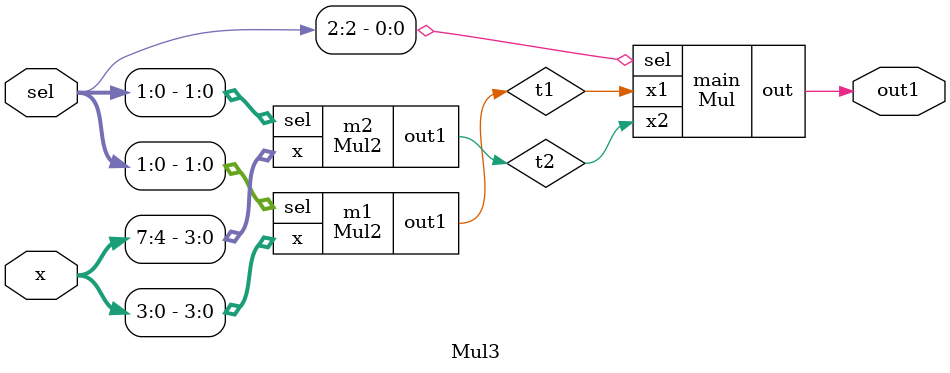
<source format=v>
module Mul( //2bit
    input  x1,
    input x2,
    input  sel,
    output out 
    );  
    assign out = (~sel & x1) | (sel & x2);
endmodule

module Mul2( //4bit
    input [3:0] x,
    input [1:0] sel,
    output out1
    );
    wire t1, t2;
    Mul m1 (x[0], x[1], sel[0], t1);
    Mul m2 (x[2], x[3], sel[0], t2);
    Mul main (t1, t2, sel[1], out1);
endmodule

module Mul3( //8bit
    input [7:0] x,
    input [2:0] sel,
    output out1
    );
    wire t1, t2;
    Mul2 m1 (x[3:0], sel[1:0], t1);
    Mul2 m2 (x[7:4], sel[1:0], t2);
    Mul main(t1, t2, sel[2], out1);
endmodule
</source>
